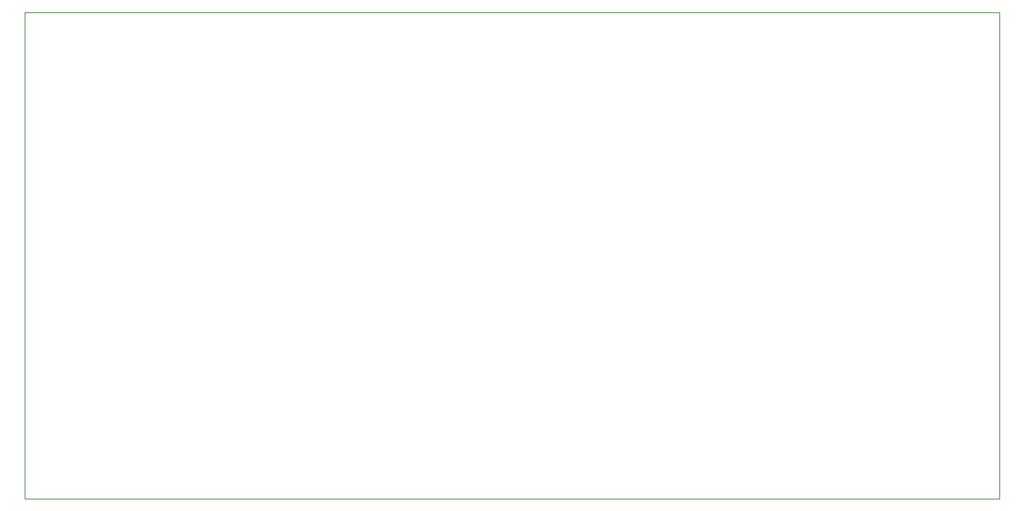
<source format=gbr>
%TF.GenerationSoftware,KiCad,Pcbnew,9.0.7-9.0.7~ubuntu24.04.1*%
%TF.CreationDate,2026-01-18T13:50:09+05:30*%
%TF.ProjectId,fpga_dev_board,66706761-5f64-4657-965f-626f6172642e,rev?*%
%TF.SameCoordinates,Original*%
%TF.FileFunction,Profile,NP*%
%FSLAX46Y46*%
G04 Gerber Fmt 4.6, Leading zero omitted, Abs format (unit mm)*
G04 Created by KiCad (PCBNEW 9.0.7-9.0.7~ubuntu24.04.1) date 2026-01-18 13:50:09*
%MOMM*%
%LPD*%
G01*
G04 APERTURE LIST*
%TA.AperFunction,Profile*%
%ADD10C,0.050000*%
%TD*%
G04 APERTURE END LIST*
D10*
X118800000Y-91000000D02*
X226000000Y-91000000D01*
X226000000Y-144500000D01*
X118800000Y-144500000D01*
X118800000Y-91000000D01*
M02*

</source>
